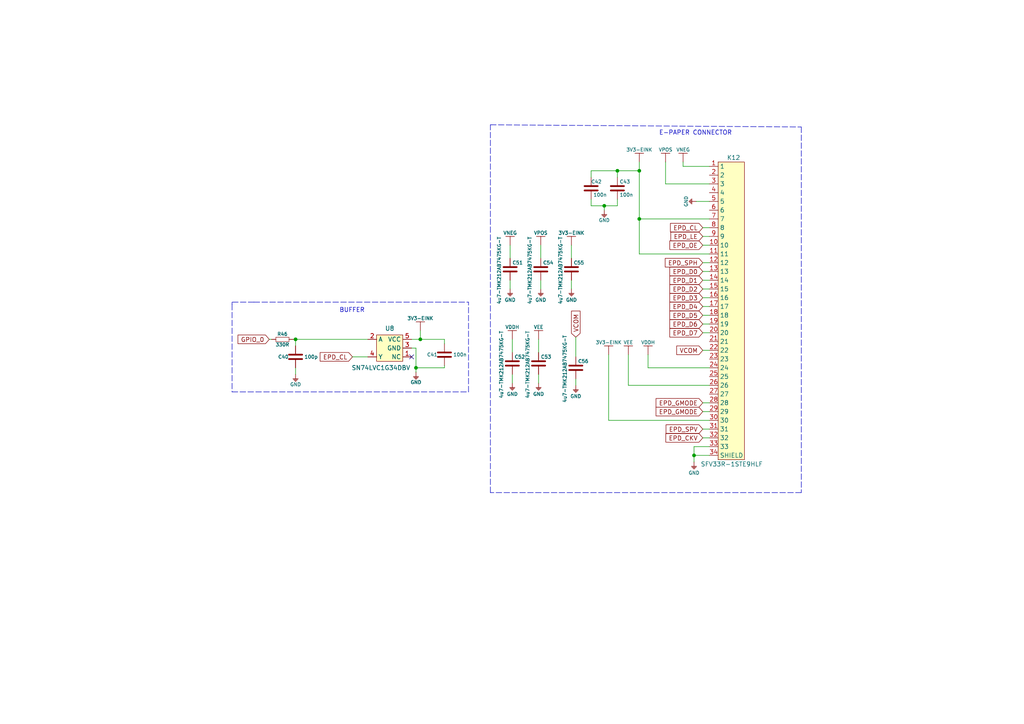
<source format=kicad_sch>
(kicad_sch (version 20211123) (generator eeschema)

  (uuid 4a8e3850-5c74-4972-8b49-f041c2a66e86)

  (paper "A4")

  (title_block
    (title "Inkplate 10")
    (rev "V1.2.0.")
    (company "SOLDERED")
  )

  (lib_symbols
    (symbol "e-radionica.com schematics:0603C" (pin_numbers hide) (pin_names (offset 0.002)) (in_bom yes) (on_board yes)
      (property "Reference" "C" (id 0) (at 0 3.81 0)
        (effects (font (size 1 1)))
      )
      (property "Value" "0603C" (id 1) (at 0 -3.175 0)
        (effects (font (size 1 1)))
      )
      (property "Footprint" "e-radionica.com footprinti:0603C" (id 2) (at 0.635 -4.445 0)
        (effects (font (size 1 1)) hide)
      )
      (property "Datasheet" "" (id 3) (at 0 0 0)
        (effects (font (size 1 1)) hide)
      )
      (symbol "0603C_0_1"
        (polyline
          (pts
            (xy -0.635 1.905)
            (xy -0.635 -1.905)
          )
          (stroke (width 0.5) (type default) (color 0 0 0 0))
          (fill (type none))
        )
        (polyline
          (pts
            (xy 0.635 1.905)
            (xy 0.635 -1.905)
          )
          (stroke (width 0.5) (type default) (color 0 0 0 0))
          (fill (type none))
        )
      )
      (symbol "0603C_1_1"
        (pin passive line (at -3.175 0 0) (length 2.54)
          (name "~" (effects (font (size 1.27 1.27))))
          (number "1" (effects (font (size 1.27 1.27))))
        )
        (pin passive line (at 3.175 0 180) (length 2.54)
          (name "~" (effects (font (size 1.27 1.27))))
          (number "2" (effects (font (size 1.27 1.27))))
        )
      )
    )
    (symbol "e-radionica.com schematics:0603R" (pin_numbers hide) (pin_names (offset 0.254)) (in_bom yes) (on_board yes)
      (property "Reference" "R" (id 0) (at 0 1.27 0)
        (effects (font (size 1 1)))
      )
      (property "Value" "0603R" (id 1) (at 0 -1.905 0)
        (effects (font (size 1 1)))
      )
      (property "Footprint" "e-radionica.com footprinti:0603R" (id 2) (at 0 -3.81 0)
        (effects (font (size 1 1)) hide)
      )
      (property "Datasheet" "" (id 3) (at -0.635 1.905 0)
        (effects (font (size 1 1)) hide)
      )
      (symbol "0603R_0_1"
        (rectangle (start -1.905 -0.635) (end 1.905 -0.6604)
          (stroke (width 0.1) (type default) (color 0 0 0 0))
          (fill (type none))
        )
        (rectangle (start -1.905 0.635) (end -1.8796 -0.635)
          (stroke (width 0.1) (type default) (color 0 0 0 0))
          (fill (type none))
        )
        (rectangle (start -1.905 0.635) (end 1.905 0.6096)
          (stroke (width 0.1) (type default) (color 0 0 0 0))
          (fill (type none))
        )
        (rectangle (start 1.905 0.635) (end 1.9304 -0.635)
          (stroke (width 0.1) (type default) (color 0 0 0 0))
          (fill (type none))
        )
      )
      (symbol "0603R_1_1"
        (pin passive line (at -3.175 0 0) (length 1.27)
          (name "~" (effects (font (size 1.27 1.27))))
          (number "1" (effects (font (size 1.27 1.27))))
        )
        (pin passive line (at 3.175 0 180) (length 1.27)
          (name "~" (effects (font (size 1.27 1.27))))
          (number "2" (effects (font (size 1.27 1.27))))
        )
      )
    )
    (symbol "e-radionica.com schematics:0805C" (pin_numbers hide) (in_bom yes) (on_board yes)
      (property "Reference" "C" (id 0) (at 0 3.81 0)
        (effects (font (size 1 1)))
      )
      (property "Value" "0805C" (id 1) (at 0 -3.175 0)
        (effects (font (size 1 1)))
      )
      (property "Footprint" "e-radionica.com footprinti:0805C" (id 2) (at 0 -5.08 0)
        (effects (font (size 1 1)) hide)
      )
      (property "Datasheet" "" (id 3) (at 0 0 0)
        (effects (font (size 1 1)) hide)
      )
      (symbol "0805C_0_1"
        (polyline
          (pts
            (xy -0.635 1.905)
            (xy -0.635 -1.905)
          )
          (stroke (width 0.5) (type default) (color 0 0 0 0))
          (fill (type none))
        )
        (polyline
          (pts
            (xy 0.635 1.905)
            (xy 0.635 -1.905)
          )
          (stroke (width 0.5) (type default) (color 0 0 0 0))
          (fill (type none))
        )
      )
      (symbol "0805C_1_1"
        (pin passive line (at -3.175 0 0) (length 2.54)
          (name "~" (effects (font (size 1.27 1.27))))
          (number "1" (effects (font (size 1.27 1.27))))
        )
        (pin passive line (at 3.175 0 180) (length 2.54)
          (name "~" (effects (font (size 1.27 1.27))))
          (number "2" (effects (font (size 1.27 1.27))))
        )
      )
    )
    (symbol "e-radionica.com schematics:3V3-EINK" (power) (pin_names (offset 0)) (in_bom yes) (on_board yes)
      (property "Reference" "#PWR" (id 0) (at 4.445 0 0)
        (effects (font (size 1 1)) hide)
      )
      (property "Value" "3V3-EINK" (id 1) (at 0 3.556 0)
        (effects (font (size 1 1)))
      )
      (property "Footprint" "" (id 2) (at 4.445 3.81 0)
        (effects (font (size 1 1)) hide)
      )
      (property "Datasheet" "" (id 3) (at 4.445 3.81 0)
        (effects (font (size 1 1)) hide)
      )
      (property "ki_keywords" "power-flag" (id 4) (at 0 0 0)
        (effects (font (size 1.27 1.27)) hide)
      )
      (property "ki_description" "Power symbol creates a global label with name \"3V3-EINK\"" (id 5) (at 0 0 0)
        (effects (font (size 1.27 1.27)) hide)
      )
      (symbol "3V3-EINK_0_1"
        (polyline
          (pts
            (xy -1.27 2.54)
            (xy 1.27 2.54)
          )
          (stroke (width 0.16) (type default) (color 0 0 0 0))
          (fill (type none))
        )
        (polyline
          (pts
            (xy 0 0)
            (xy 0 2.54)
          )
          (stroke (width 0) (type default) (color 0 0 0 0))
          (fill (type none))
        )
      )
      (symbol "3V3-EINK_1_1"
        (pin power_in line (at 0 0 90) (length 0) hide
          (name "3V3-EINK" (effects (font (size 1.27 1.27))))
          (number "1" (effects (font (size 1.27 1.27))))
        )
      )
    )
    (symbol "e-radionica.com schematics:GND" (power) (pin_names (offset 0)) (in_bom yes) (on_board yes)
      (property "Reference" "#PWR" (id 0) (at 4.445 0 0)
        (effects (font (size 1 1)) hide)
      )
      (property "Value" "GND" (id 1) (at 0 -2.921 0)
        (effects (font (size 1 1)))
      )
      (property "Footprint" "" (id 2) (at 4.445 3.81 0)
        (effects (font (size 1 1)) hide)
      )
      (property "Datasheet" "" (id 3) (at 4.445 3.81 0)
        (effects (font (size 1 1)) hide)
      )
      (property "ki_keywords" "power-flag" (id 4) (at 0 0 0)
        (effects (font (size 1.27 1.27)) hide)
      )
      (property "ki_description" "Power symbol creates a global label with name \"GND\"" (id 5) (at 0 0 0)
        (effects (font (size 1.27 1.27)) hide)
      )
      (symbol "GND_0_1"
        (polyline
          (pts
            (xy -0.762 -1.27)
            (xy 0.762 -1.27)
          )
          (stroke (width 0.16) (type default) (color 0 0 0 0))
          (fill (type none))
        )
        (polyline
          (pts
            (xy -0.635 -1.524)
            (xy 0.635 -1.524)
          )
          (stroke (width 0.16) (type default) (color 0 0 0 0))
          (fill (type none))
        )
        (polyline
          (pts
            (xy -0.381 -1.778)
            (xy 0.381 -1.778)
          )
          (stroke (width 0.16) (type default) (color 0 0 0 0))
          (fill (type none))
        )
        (polyline
          (pts
            (xy -0.127 -2.032)
            (xy 0.127 -2.032)
          )
          (stroke (width 0.16) (type default) (color 0 0 0 0))
          (fill (type none))
        )
        (polyline
          (pts
            (xy 0 0)
            (xy 0 -1.27)
          )
          (stroke (width 0.16) (type default) (color 0 0 0 0))
          (fill (type none))
        )
      )
      (symbol "GND_1_1"
        (pin power_in line (at 0 0 270) (length 0) hide
          (name "GND" (effects (font (size 1.27 1.27))))
          (number "1" (effects (font (size 1.27 1.27))))
        )
      )
    )
    (symbol "e-radionica.com schematics:SFV33R-1STE9HLF" (in_bom yes) (on_board yes)
      (property "Reference" "K" (id 0) (at 0 44.45 0)
        (effects (font (size 1.27 1.27)))
      )
      (property "Value" "SFV33R-1STE9HLF" (id 1) (at 0 -44.45 0)
        (effects (font (size 1.27 1.27)))
      )
      (property "Footprint" "e-radionica.com footprinti:SFV33R-1STE9HLF" (id 2) (at 0 -46.99 0)
        (effects (font (size 1.27 1.27)) hide)
      )
      (property "Datasheet" "" (id 3) (at -2.54 45.72 0)
        (effects (font (size 1.27 1.27)) hide)
      )
      (symbol "SFV33R-1STE9HLF_0_1"
        (rectangle (start -3.81 43.18) (end 3.81 -43.18)
          (stroke (width 0.1524) (type default) (color 0 0 0 0))
          (fill (type background))
        )
      )
      (symbol "SFV33R-1STE9HLF_1_1"
        (pin input line (at -6.35 41.91 0) (length 2.54)
          (name "1" (effects (font (size 1.27 1.27))))
          (number "1" (effects (font (size 1.27 1.27))))
        )
        (pin input line (at -6.35 19.05 0) (length 2.54)
          (name "10" (effects (font (size 1.27 1.27))))
          (number "10" (effects (font (size 1.27 1.27))))
        )
        (pin input line (at -6.35 16.51 0) (length 2.54)
          (name "11" (effects (font (size 1.27 1.27))))
          (number "11" (effects (font (size 1.27 1.27))))
        )
        (pin input line (at -6.35 13.97 0) (length 2.54)
          (name "12" (effects (font (size 1.27 1.27))))
          (number "12" (effects (font (size 1.27 1.27))))
        )
        (pin input line (at -6.35 11.43 0) (length 2.54)
          (name "13" (effects (font (size 1.27 1.27))))
          (number "13" (effects (font (size 1.27 1.27))))
        )
        (pin input line (at -6.35 8.89 0) (length 2.54)
          (name "14" (effects (font (size 1.27 1.27))))
          (number "14" (effects (font (size 1.27 1.27))))
        )
        (pin input line (at -6.35 6.35 0) (length 2.54)
          (name "15" (effects (font (size 1.27 1.27))))
          (number "15" (effects (font (size 1.27 1.27))))
        )
        (pin input line (at -6.35 3.81 0) (length 2.54)
          (name "16" (effects (font (size 1.27 1.27))))
          (number "16" (effects (font (size 1.27 1.27))))
        )
        (pin input line (at -6.35 1.27 0) (length 2.54)
          (name "17" (effects (font (size 1.27 1.27))))
          (number "17" (effects (font (size 1.27 1.27))))
        )
        (pin input line (at -6.35 -1.27 0) (length 2.54)
          (name "18" (effects (font (size 1.27 1.27))))
          (number "18" (effects (font (size 1.27 1.27))))
        )
        (pin input line (at -6.35 -3.81 0) (length 2.54)
          (name "19" (effects (font (size 1.27 1.27))))
          (number "19" (effects (font (size 1.27 1.27))))
        )
        (pin input line (at -6.35 39.37 0) (length 2.54)
          (name "2" (effects (font (size 1.27 1.27))))
          (number "2" (effects (font (size 1.27 1.27))))
        )
        (pin input line (at -6.35 -6.35 0) (length 2.54)
          (name "20" (effects (font (size 1.27 1.27))))
          (number "20" (effects (font (size 1.27 1.27))))
        )
        (pin input line (at -6.35 -8.89 0) (length 2.54)
          (name "21" (effects (font (size 1.27 1.27))))
          (number "21" (effects (font (size 1.27 1.27))))
        )
        (pin input line (at -6.35 -11.43 0) (length 2.54)
          (name "22" (effects (font (size 1.27 1.27))))
          (number "22" (effects (font (size 1.27 1.27))))
        )
        (pin input line (at -6.35 -13.97 0) (length 2.54)
          (name "23" (effects (font (size 1.27 1.27))))
          (number "23" (effects (font (size 1.27 1.27))))
        )
        (pin input line (at -6.35 -16.51 0) (length 2.54)
          (name "24" (effects (font (size 1.27 1.27))))
          (number "24" (effects (font (size 1.27 1.27))))
        )
        (pin input line (at -6.35 -19.05 0) (length 2.54)
          (name "25" (effects (font (size 1.27 1.27))))
          (number "25" (effects (font (size 1.27 1.27))))
        )
        (pin input line (at -6.35 -21.59 0) (length 2.54)
          (name "26" (effects (font (size 1.27 1.27))))
          (number "26" (effects (font (size 1.27 1.27))))
        )
        (pin input line (at -6.35 -24.13 0) (length 2.54)
          (name "27" (effects (font (size 1.27 1.27))))
          (number "27" (effects (font (size 1.27 1.27))))
        )
        (pin input line (at -6.35 -26.67 0) (length 2.54)
          (name "28" (effects (font (size 1.27 1.27))))
          (number "28" (effects (font (size 1.27 1.27))))
        )
        (pin input line (at -6.35 -29.21 0) (length 2.54)
          (name "29" (effects (font (size 1.27 1.27))))
          (number "29" (effects (font (size 1.27 1.27))))
        )
        (pin input line (at -6.35 36.83 0) (length 2.54)
          (name "3" (effects (font (size 1.27 1.27))))
          (number "3" (effects (font (size 1.27 1.27))))
        )
        (pin input line (at -6.35 -31.75 0) (length 2.54)
          (name "30" (effects (font (size 1.27 1.27))))
          (number "30" (effects (font (size 1.27 1.27))))
        )
        (pin input line (at -6.35 -34.29 0) (length 2.54)
          (name "31" (effects (font (size 1.27 1.27))))
          (number "31" (effects (font (size 1.27 1.27))))
        )
        (pin input line (at -6.35 -36.83 0) (length 2.54)
          (name "32" (effects (font (size 1.27 1.27))))
          (number "32" (effects (font (size 1.27 1.27))))
        )
        (pin input line (at -6.35 -39.37 0) (length 2.54)
          (name "33" (effects (font (size 1.27 1.27))))
          (number "33" (effects (font (size 1.27 1.27))))
        )
        (pin input line (at -6.35 -41.91 0) (length 2.54)
          (name "SHIELD" (effects (font (size 1.27 1.27))))
          (number "34" (effects (font (size 1.27 1.27))))
        )
        (pin input line (at -6.35 34.29 0) (length 2.54)
          (name "4" (effects (font (size 1.27 1.27))))
          (number "4" (effects (font (size 1.27 1.27))))
        )
        (pin input line (at -6.35 31.75 0) (length 2.54)
          (name "5" (effects (font (size 1.27 1.27))))
          (number "5" (effects (font (size 1.27 1.27))))
        )
        (pin input line (at -6.35 29.21 0) (length 2.54)
          (name "6" (effects (font (size 1.27 1.27))))
          (number "6" (effects (font (size 1.27 1.27))))
        )
        (pin input line (at -6.35 26.67 0) (length 2.54)
          (name "7" (effects (font (size 1.27 1.27))))
          (number "7" (effects (font (size 1.27 1.27))))
        )
        (pin input line (at -6.35 24.13 0) (length 2.54)
          (name "8" (effects (font (size 1.27 1.27))))
          (number "8" (effects (font (size 1.27 1.27))))
        )
        (pin input line (at -6.35 21.59 0) (length 2.54)
          (name "9" (effects (font (size 1.27 1.27))))
          (number "9" (effects (font (size 1.27 1.27))))
        )
      )
    )
    (symbol "e-radionica.com schematics:SN74LVC1G34DBV" (in_bom yes) (on_board yes)
      (property "Reference" "U" (id 0) (at -2.54 5.08 0)
        (effects (font (size 1.27 1.27)))
      )
      (property "Value" "SN74LVC1G34DBV" (id 1) (at -1.27 7.62 0)
        (effects (font (size 1.27 1.27)))
      )
      (property "Footprint" "e-radionica.com footprinti:SN74LVC1G34DBV" (id 2) (at -1.27 8.89 0)
        (effects (font (size 1.27 1.27)) hide)
      )
      (property "Datasheet" "" (id 3) (at -1.27 8.89 0)
        (effects (font (size 1.27 1.27)) hide)
      )
      (property "ki_keywords" "Buffer" (id 4) (at 0 0 0)
        (effects (font (size 1.27 1.27)) hide)
      )
      (property "ki_description" "Single Buffer Gate" (id 5) (at 0 0 0)
        (effects (font (size 1.27 1.27)) hide)
      )
      (symbol "SN74LVC1G34DBV_0_0"
        (rectangle (start -3.81 3.81) (end 3.81 -3.81)
          (stroke (width 0) (type default) (color 0 0 0 0))
          (fill (type background))
        )
      )
      (symbol "SN74LVC1G34DBV_1_1"
        (pin passive line (at 6.35 -2.54 180) (length 2.54)
          (name "NC" (effects (font (size 1.27 1.27))))
          (number "1" (effects (font (size 1.27 1.27))))
        )
        (pin passive line (at -6.35 2.54 0) (length 2.54)
          (name "A" (effects (font (size 1.27 1.27))))
          (number "2" (effects (font (size 1.27 1.27))))
        )
        (pin passive line (at 6.35 0 180) (length 2.54)
          (name "GND" (effects (font (size 1.27 1.27))))
          (number "3" (effects (font (size 1.27 1.27))))
        )
        (pin passive line (at -6.35 -2.54 0) (length 2.54)
          (name "Y" (effects (font (size 1.27 1.27))))
          (number "4" (effects (font (size 1.27 1.27))))
        )
        (pin passive line (at 6.35 2.54 180) (length 2.54)
          (name "VCC" (effects (font (size 1.27 1.27))))
          (number "5" (effects (font (size 1.27 1.27))))
        )
      )
    )
    (symbol "e-radionica.com schematics:VDDH" (power) (pin_names (offset 0)) (in_bom yes) (on_board yes)
      (property "Reference" "#PWR" (id 0) (at 4.445 0 0)
        (effects (font (size 1 1)) hide)
      )
      (property "Value" "VDDH" (id 1) (at 0 3.556 0)
        (effects (font (size 1 1)))
      )
      (property "Footprint" "" (id 2) (at 4.445 3.81 0)
        (effects (font (size 1 1)) hide)
      )
      (property "Datasheet" "" (id 3) (at 4.445 3.81 0)
        (effects (font (size 1 1)) hide)
      )
      (property "ki_keywords" "power-flag" (id 4) (at 0 0 0)
        (effects (font (size 1.27 1.27)) hide)
      )
      (property "ki_description" "Power symbol creates a global label with name \"VDDH\"" (id 5) (at 0 0 0)
        (effects (font (size 1.27 1.27)) hide)
      )
      (symbol "VDDH_0_1"
        (polyline
          (pts
            (xy -1.27 2.54)
            (xy 1.27 2.54)
          )
          (stroke (width 0.16) (type default) (color 0 0 0 0))
          (fill (type none))
        )
        (polyline
          (pts
            (xy 0 0)
            (xy 0 2.54)
          )
          (stroke (width 0) (type default) (color 0 0 0 0))
          (fill (type none))
        )
      )
      (symbol "VDDH_1_1"
        (pin power_in line (at 0 0 90) (length 0) hide
          (name "VDDH" (effects (font (size 1.27 1.27))))
          (number "1" (effects (font (size 1.27 1.27))))
        )
      )
    )
    (symbol "e-radionica.com schematics:VEE" (power) (pin_names (offset 0)) (in_bom yes) (on_board yes)
      (property "Reference" "#PWR" (id 0) (at 4.445 0 0)
        (effects (font (size 1 1)) hide)
      )
      (property "Value" "VEE" (id 1) (at 0 3.556 0)
        (effects (font (size 1 1)))
      )
      (property "Footprint" "" (id 2) (at 4.445 3.81 0)
        (effects (font (size 1 1)) hide)
      )
      (property "Datasheet" "" (id 3) (at 4.445 3.81 0)
        (effects (font (size 1 1)) hide)
      )
      (property "ki_keywords" "power-flag" (id 4) (at 0 0 0)
        (effects (font (size 1.27 1.27)) hide)
      )
      (property "ki_description" "Power symbol creates a global label with name \"VEE\"" (id 5) (at 0 0 0)
        (effects (font (size 1.27 1.27)) hide)
      )
      (symbol "VEE_0_1"
        (polyline
          (pts
            (xy -1.27 2.54)
            (xy 1.27 2.54)
          )
          (stroke (width 0.16) (type default) (color 0 0 0 0))
          (fill (type none))
        )
        (polyline
          (pts
            (xy 0 0)
            (xy 0 2.54)
          )
          (stroke (width 0) (type default) (color 0 0 0 0))
          (fill (type none))
        )
      )
      (symbol "VEE_1_1"
        (pin power_in line (at 0 0 90) (length 0) hide
          (name "VEE" (effects (font (size 1.27 1.27))))
          (number "1" (effects (font (size 1.27 1.27))))
        )
      )
    )
    (symbol "e-radionica.com schematics:VNEG" (power) (pin_names (offset 0)) (in_bom yes) (on_board yes)
      (property "Reference" "#PWR" (id 0) (at 4.445 0 0)
        (effects (font (size 1 1)) hide)
      )
      (property "Value" "VNEG" (id 1) (at 0 3.556 0)
        (effects (font (size 1 1)))
      )
      (property "Footprint" "" (id 2) (at 4.445 3.81 0)
        (effects (font (size 1 1)) hide)
      )
      (property "Datasheet" "" (id 3) (at 4.445 3.81 0)
        (effects (font (size 1 1)) hide)
      )
      (property "ki_keywords" "power-flag" (id 4) (at 0 0 0)
        (effects (font (size 1.27 1.27)) hide)
      )
      (property "ki_description" "Power symbol creates a global label with name \"VNEG\"" (id 5) (at 0 0 0)
        (effects (font (size 1.27 1.27)) hide)
      )
      (symbol "VNEG_0_1"
        (polyline
          (pts
            (xy -1.27 2.54)
            (xy 1.27 2.54)
          )
          (stroke (width 0.16) (type default) (color 0 0 0 0))
          (fill (type none))
        )
        (polyline
          (pts
            (xy 0 0)
            (xy 0 2.54)
          )
          (stroke (width 0) (type default) (color 0 0 0 0))
          (fill (type none))
        )
      )
      (symbol "VNEG_1_1"
        (pin power_in line (at 0 0 90) (length 0) hide
          (name "VNEG" (effects (font (size 1.27 1.27))))
          (number "1" (effects (font (size 1.27 1.27))))
        )
      )
    )
    (symbol "e-radionica.com schematics:VPOS" (power) (pin_names (offset 0)) (in_bom yes) (on_board yes)
      (property "Reference" "#PWR" (id 0) (at 4.445 0 0)
        (effects (font (size 1 1)) hide)
      )
      (property "Value" "VPOS" (id 1) (at 0 3.556 0)
        (effects (font (size 1 1)))
      )
      (property "Footprint" "" (id 2) (at 4.445 3.81 0)
        (effects (font (size 1 1)) hide)
      )
      (property "Datasheet" "" (id 3) (at 4.445 3.81 0)
        (effects (font (size 1 1)) hide)
      )
      (property "ki_keywords" "power-flag" (id 4) (at 0 0 0)
        (effects (font (size 1.27 1.27)) hide)
      )
      (property "ki_description" "Power symbol creates a global label with name \"VPOS\"" (id 5) (at 0 0 0)
        (effects (font (size 1.27 1.27)) hide)
      )
      (symbol "VPOS_0_1"
        (polyline
          (pts
            (xy -1.27 2.54)
            (xy 1.27 2.54)
          )
          (stroke (width 0.16) (type default) (color 0 0 0 0))
          (fill (type none))
        )
        (polyline
          (pts
            (xy 0 0)
            (xy 0 2.54)
          )
          (stroke (width 0) (type default) (color 0 0 0 0))
          (fill (type none))
        )
      )
      (symbol "VPOS_1_1"
        (pin power_in line (at 0 0 90) (length 0) hide
          (name "VPOS" (effects (font (size 1.27 1.27))))
          (number "1" (effects (font (size 1.27 1.27))))
        )
      )
    )
  )

  (junction (at 121.92 98.425) (diameter 0) (color 0 0 0 0)
    (uuid 1779f733-d031-45aa-b8cb-a97af700677d)
  )
  (junction (at 120.65 106.68) (diameter 0) (color 0 0 0 0)
    (uuid 2a9ef1a5-e88a-425c-8942-c0e8c86431d3)
  )
  (junction (at 185.42 63.5) (diameter 0) (color 0 0 0 0)
    (uuid 34fe58e7-f563-4ea5-8cb3-e09670af234b)
  )
  (junction (at 179.07 49.53) (diameter 0) (color 0 0 0 0)
    (uuid 3bcab025-131d-4ed5-bab0-1b6485a3130a)
  )
  (junction (at 201.295 132.08) (diameter 0) (color 0 0 0 0)
    (uuid 4a84629f-a5ff-41cb-8a09-8d0e4083b395)
  )
  (junction (at 175.26 59.69) (diameter 0) (color 0 0 0 0)
    (uuid 8bbd3294-9183-46fe-94d0-132caf9ccc4b)
  )
  (junction (at 185.42 49.53) (diameter 0) (color 0 0 0 0)
    (uuid 8ec155e6-242d-45f0-ad50-57a47c2e674a)
  )
  (junction (at 85.725 98.425) (diameter 0) (color 0 0 0 0)
    (uuid a4431daf-a4d4-449e-8b3e-510ad4a1201c)
  )

  (no_connect (at 119.38 103.505) (uuid 881d6ca6-7fd3-4dff-9091-21cbf7ff2c2d))

  (polyline (pts (xy 67.31 87.63) (xy 67.31 88.265))
    (stroke (width 0) (type default) (color 0 0 0 0))
    (uuid 0033cfa2-0b18-430f-8696-0048d6b0c355)
  )

  (wire (pts (xy 85.725 98.425) (xy 85.725 100.33))
    (stroke (width 0) (type default) (color 0 0 0 0))
    (uuid 0671fe2c-4d2a-4ddb-849f-9250cbc0774a)
  )
  (wire (pts (xy 121.92 98.425) (xy 119.38 98.425))
    (stroke (width 0) (type default) (color 0 0 0 0))
    (uuid 0a0a2f41-42de-41cd-bbb2-90db05a0037f)
  )
  (wire (pts (xy 201.295 133.985) (xy 201.295 132.08))
    (stroke (width 0) (type default) (color 0 0 0 0))
    (uuid 0d7d4386-cbd4-476d-ac31-3ee84215014d)
  )
  (wire (pts (xy 203.835 68.58) (xy 205.74 68.58))
    (stroke (width 0) (type default) (color 0 0 0 0))
    (uuid 0e6d98a7-b47f-45c7-a54d-83e7f5bcfd9d)
  )
  (wire (pts (xy 179.07 49.53) (xy 185.42 49.53))
    (stroke (width 0) (type default) (color 0 0 0 0))
    (uuid 129f130c-b14c-44c1-a676-0611ddaca453)
  )
  (wire (pts (xy 148.59 98.425) (xy 148.59 102.235))
    (stroke (width 0) (type default) (color 0 0 0 0))
    (uuid 13a539f1-a4b3-4464-a7fa-5258cb96ba6e)
  )
  (wire (pts (xy 203.835 96.52) (xy 205.74 96.52))
    (stroke (width 0) (type default) (color 0 0 0 0))
    (uuid 155aa242-00d8-435c-89aa-264fc8d5efb5)
  )
  (wire (pts (xy 198.12 46.99) (xy 198.12 48.26))
    (stroke (width 0) (type default) (color 0 0 0 0))
    (uuid 1b69d7ae-6799-44eb-837c-8966633e38be)
  )
  (wire (pts (xy 165.735 81.28) (xy 165.735 83.82))
    (stroke (width 0) (type default) (color 0 0 0 0))
    (uuid 1cd3a72b-a15f-4306-8bc2-49dba41e75ed)
  )
  (wire (pts (xy 203.835 101.6) (xy 205.74 101.6))
    (stroke (width 0) (type default) (color 0 0 0 0))
    (uuid 20f3e462-5dbb-4f9c-8342-7f47fca6c583)
  )
  (wire (pts (xy 171.45 59.69) (xy 175.26 59.69))
    (stroke (width 0) (type default) (color 0 0 0 0))
    (uuid 21ea18aa-7241-461d-98e2-3b11fbc95d72)
  )
  (wire (pts (xy 193.04 53.34) (xy 205.74 53.34))
    (stroke (width 0) (type default) (color 0 0 0 0))
    (uuid 21f9c476-c303-4d57-9e2e-d1efeac9a4d8)
  )
  (wire (pts (xy 171.45 49.53) (xy 179.07 49.53))
    (stroke (width 0) (type default) (color 0 0 0 0))
    (uuid 246f5a2e-087c-43d9-9e13-36272937e534)
  )
  (wire (pts (xy 179.07 57.785) (xy 179.07 59.69))
    (stroke (width 0) (type default) (color 0 0 0 0))
    (uuid 248ba5aa-5a5e-40a2-9f89-f275d2b1e4f0)
  )
  (polyline (pts (xy 142.24 36.195) (xy 232.41 36.83))
    (stroke (width 0) (type default) (color 0 0 0 0))
    (uuid 26acd61d-4ef0-4519-81f3-c6aa27a74fc7)
  )

  (wire (pts (xy 203.835 86.36) (xy 205.74 86.36))
    (stroke (width 0) (type default) (color 0 0 0 0))
    (uuid 2a8aa2d7-36ad-4c47-aea2-1e762d12d1ea)
  )
  (polyline (pts (xy 142.24 142.875) (xy 142.24 36.195))
    (stroke (width 0) (type default) (color 0 0 0 0))
    (uuid 2fee84f1-f5a5-4916-863a-2e3b2b5462a3)
  )

  (wire (pts (xy 175.26 59.69) (xy 179.07 59.69))
    (stroke (width 0) (type default) (color 0 0 0 0))
    (uuid 3059a97d-5a87-4f62-aa16-1b6fe022b136)
  )
  (wire (pts (xy 156.845 81.28) (xy 156.845 83.82))
    (stroke (width 0) (type default) (color 0 0 0 0))
    (uuid 309e005f-2916-4fed-a061-ee97d3541440)
  )
  (polyline (pts (xy 135.89 113.665) (xy 135.89 87.63))
    (stroke (width 0) (type default) (color 0 0 0 0))
    (uuid 30ffa7da-f6e8-4ba9-8430-780c069655bf)
  )

  (wire (pts (xy 198.12 48.26) (xy 205.74 48.26))
    (stroke (width 0) (type default) (color 0 0 0 0))
    (uuid 376643f5-eb19-4ce3-b884-418e95276419)
  )
  (wire (pts (xy 167.005 109.855) (xy 167.005 111.76))
    (stroke (width 0) (type default) (color 0 0 0 0))
    (uuid 39906802-915e-41a7-ba6c-5121c7fe9a6e)
  )
  (wire (pts (xy 201.295 129.54) (xy 201.295 132.08))
    (stroke (width 0) (type default) (color 0 0 0 0))
    (uuid 404fdef7-9671-4345-b215-0b5a63215746)
  )
  (wire (pts (xy 148.59 108.585) (xy 148.59 111.125))
    (stroke (width 0) (type default) (color 0 0 0 0))
    (uuid 409653ee-2218-414d-9f85-c1938c38f5d1)
  )
  (wire (pts (xy 171.45 57.785) (xy 171.45 59.69))
    (stroke (width 0) (type default) (color 0 0 0 0))
    (uuid 4177848c-19e5-469e-9465-dba48c62bca5)
  )
  (wire (pts (xy 203.835 127) (xy 205.74 127))
    (stroke (width 0) (type default) (color 0 0 0 0))
    (uuid 4c30bbd7-2876-4a94-a7a7-bdece98eb9d7)
  )
  (wire (pts (xy 182.245 111.76) (xy 182.245 102.87))
    (stroke (width 0) (type default) (color 0 0 0 0))
    (uuid 4c396c12-6787-4bc6-9fe8-925c4935dcd1)
  )
  (wire (pts (xy 205.74 106.68) (xy 187.96 106.68))
    (stroke (width 0) (type default) (color 0 0 0 0))
    (uuid 52d05972-3d6e-4b1e-8177-c28d746e3508)
  )
  (wire (pts (xy 171.45 51.435) (xy 171.45 49.53))
    (stroke (width 0) (type default) (color 0 0 0 0))
    (uuid 5d388c57-d39a-4362-bf44-f21065ca0922)
  )
  (wire (pts (xy 85.725 98.425) (xy 106.68 98.425))
    (stroke (width 0) (type default) (color 0 0 0 0))
    (uuid 638eb48f-5065-40b4-a00d-e003fc02c432)
  )
  (wire (pts (xy 185.42 63.5) (xy 205.74 63.5))
    (stroke (width 0) (type default) (color 0 0 0 0))
    (uuid 67a44875-36e7-4a56-8738-f621393d6643)
  )
  (wire (pts (xy 128.905 99.695) (xy 128.905 98.425))
    (stroke (width 0) (type default) (color 0 0 0 0))
    (uuid 6810fb50-aa4f-474e-8cfe-5f05ae146778)
  )
  (wire (pts (xy 156.21 98.425) (xy 156.21 102.235))
    (stroke (width 0) (type default) (color 0 0 0 0))
    (uuid 7086248d-ffe3-449a-836a-fba551b2b1cc)
  )
  (wire (pts (xy 102.235 103.505) (xy 106.68 103.505))
    (stroke (width 0) (type default) (color 0 0 0 0))
    (uuid 728c638a-b2ec-411a-b1d0-71f57a2d533d)
  )
  (wire (pts (xy 203.835 124.46) (xy 205.74 124.46))
    (stroke (width 0) (type default) (color 0 0 0 0))
    (uuid 7cccdb8b-7a68-4edc-9370-eafdd6a42a04)
  )
  (wire (pts (xy 203.835 66.04) (xy 205.74 66.04))
    (stroke (width 0) (type default) (color 0 0 0 0))
    (uuid 7d788d3f-31de-4b10-a4d9-da237cdadacc)
  )
  (wire (pts (xy 203.835 116.84) (xy 205.74 116.84))
    (stroke (width 0) (type default) (color 0 0 0 0))
    (uuid 84275bdd-4215-43e3-af07-570c166d219b)
  )
  (wire (pts (xy 203.835 78.74) (xy 205.74 78.74))
    (stroke (width 0) (type default) (color 0 0 0 0))
    (uuid 84df4b49-e7d0-4bda-ac70-8a9fcf9f8b56)
  )
  (wire (pts (xy 156.845 71.12) (xy 156.845 74.93))
    (stroke (width 0) (type default) (color 0 0 0 0))
    (uuid 85c9f1ff-ab7c-409c-8d0b-bd6c91e1994b)
  )
  (wire (pts (xy 205.74 129.54) (xy 201.295 129.54))
    (stroke (width 0) (type default) (color 0 0 0 0))
    (uuid 8b6e120c-7b15-497e-8066-016c146dc31b)
  )
  (wire (pts (xy 121.92 95.885) (xy 121.92 98.425))
    (stroke (width 0) (type default) (color 0 0 0 0))
    (uuid 8eb8fd42-eaa7-4752-a64b-886d143630bb)
  )
  (wire (pts (xy 120.65 106.68) (xy 120.65 107.95))
    (stroke (width 0) (type default) (color 0 0 0 0))
    (uuid 8fa10f86-030d-482a-bdc3-d2084ebe28de)
  )
  (polyline (pts (xy 232.41 142.875) (xy 142.24 142.875))
    (stroke (width 0) (type default) (color 0 0 0 0))
    (uuid 900651bb-92cd-42e2-a2f2-0f5e64cc4b82)
  )

  (wire (pts (xy 187.96 106.68) (xy 187.96 102.87))
    (stroke (width 0) (type default) (color 0 0 0 0))
    (uuid 907d2a2c-cdfc-434f-97de-f4cba75d0f8f)
  )
  (wire (pts (xy 203.835 93.98) (xy 205.74 93.98))
    (stroke (width 0) (type default) (color 0 0 0 0))
    (uuid 97ab10fd-527b-4bd4-b2d8-66f630f55776)
  )
  (wire (pts (xy 205.74 111.76) (xy 182.245 111.76))
    (stroke (width 0) (type default) (color 0 0 0 0))
    (uuid 98440648-19a7-41c7-aa30-09bbd4a1840b)
  )
  (wire (pts (xy 193.04 46.99) (xy 193.04 53.34))
    (stroke (width 0) (type default) (color 0 0 0 0))
    (uuid a0890e69-250b-458b-86a9-9f49406e1e87)
  )
  (wire (pts (xy 203.835 119.38) (xy 205.74 119.38))
    (stroke (width 0) (type default) (color 0 0 0 0))
    (uuid a75a15ea-ed93-43f9-89a6-f09b4d22014c)
  )
  (polyline (pts (xy 73.66 87.63) (xy 67.31 87.63))
    (stroke (width 0) (type default) (color 0 0 0 0))
    (uuid a968bf5b-84eb-4244-91ce-df458aaf3cf5)
  )

  (wire (pts (xy 147.955 81.28) (xy 147.955 83.82))
    (stroke (width 0) (type default) (color 0 0 0 0))
    (uuid a9942184-80aa-4073-b6ca-5b6ddec96bfe)
  )
  (wire (pts (xy 205.74 73.66) (xy 185.42 73.66))
    (stroke (width 0) (type default) (color 0 0 0 0))
    (uuid ac57a050-9598-4608-94c9-eb346c3bd8db)
  )
  (wire (pts (xy 175.26 60.96) (xy 175.26 59.69))
    (stroke (width 0) (type default) (color 0 0 0 0))
    (uuid ae188d75-c7ad-4059-a637-72e5d26bf3be)
  )
  (wire (pts (xy 203.835 76.2) (xy 205.74 76.2))
    (stroke (width 0) (type default) (color 0 0 0 0))
    (uuid b3630739-cfc8-4f1e-9ebf-cb9efa5ad4a9)
  )
  (wire (pts (xy 201.93 58.42) (xy 205.74 58.42))
    (stroke (width 0) (type default) (color 0 0 0 0))
    (uuid b56b2299-c8b0-4981-9a8e-2f374546f9f7)
  )
  (wire (pts (xy 185.42 73.66) (xy 185.42 63.5))
    (stroke (width 0) (type default) (color 0 0 0 0))
    (uuid b649e47b-3d9c-4993-a844-c9b0041ff991)
  )
  (wire (pts (xy 185.42 49.53) (xy 185.42 63.5))
    (stroke (width 0) (type default) (color 0 0 0 0))
    (uuid be020241-e9a6-462d-a97b-ae6a82826e47)
  )
  (wire (pts (xy 120.65 106.68) (xy 128.905 106.68))
    (stroke (width 0) (type default) (color 0 0 0 0))
    (uuid c00f3573-1de5-458b-995d-fb5a2ac5a9f6)
  )
  (polyline (pts (xy 73.66 87.63) (xy 135.89 87.63))
    (stroke (width 0) (type default) (color 0 0 0 0))
    (uuid c4e1e6fe-0954-42e6-b077-c12acad51419)
  )

  (wire (pts (xy 185.42 46.99) (xy 185.42 49.53))
    (stroke (width 0) (type default) (color 0 0 0 0))
    (uuid c6a52d97-ebeb-4ea9-bfac-583b6aa157ab)
  )
  (wire (pts (xy 119.38 100.965) (xy 120.65 100.965))
    (stroke (width 0) (type default) (color 0 0 0 0))
    (uuid c6dafa1b-3213-4a6f-951d-8ebccaf0f352)
  )
  (wire (pts (xy 203.835 88.9) (xy 205.74 88.9))
    (stroke (width 0) (type default) (color 0 0 0 0))
    (uuid c86d98ff-9dcf-4065-94c7-67ec2e4c56ac)
  )
  (polyline (pts (xy 67.31 113.665) (xy 135.89 113.665))
    (stroke (width 0) (type default) (color 0 0 0 0))
    (uuid cb0068f4-347f-4ce3-9509-55721475ff21)
  )

  (wire (pts (xy 85.725 106.68) (xy 85.725 108.585))
    (stroke (width 0) (type default) (color 0 0 0 0))
    (uuid cc6b05de-01d7-4cfd-ad4f-015f3fb30966)
  )
  (wire (pts (xy 176.53 102.87) (xy 176.53 121.92))
    (stroke (width 0) (type default) (color 0 0 0 0))
    (uuid cc8a73ad-ed79-4708-9a5f-5991c699daf6)
  )
  (wire (pts (xy 179.07 51.435) (xy 179.07 49.53))
    (stroke (width 0) (type default) (color 0 0 0 0))
    (uuid cf3f6007-6b3f-4533-af0f-fcacaef58370)
  )
  (wire (pts (xy 78.105 98.425) (xy 78.74 98.425))
    (stroke (width 0) (type default) (color 0 0 0 0))
    (uuid d0574a12-dae3-4139-b90b-ad60c3958e2c)
  )
  (wire (pts (xy 128.905 106.045) (xy 128.905 106.68))
    (stroke (width 0) (type default) (color 0 0 0 0))
    (uuid d35f274d-25ef-4d67-9bee-b00b42fb988a)
  )
  (wire (pts (xy 176.53 121.92) (xy 205.74 121.92))
    (stroke (width 0) (type default) (color 0 0 0 0))
    (uuid d71feded-ec7a-4390-8d8f-6709b9ec7321)
  )
  (polyline (pts (xy 67.31 88.265) (xy 67.31 113.665))
    (stroke (width 0) (type default) (color 0 0 0 0))
    (uuid d88e3bdd-76f4-4bfd-bb85-0badc4bd3fad)
  )

  (wire (pts (xy 156.21 108.585) (xy 156.21 111.125))
    (stroke (width 0) (type default) (color 0 0 0 0))
    (uuid d92d4e95-d978-4c38-b013-67e42ea82a47)
  )
  (wire (pts (xy 203.835 71.12) (xy 205.74 71.12))
    (stroke (width 0) (type default) (color 0 0 0 0))
    (uuid dbddf614-5f19-4da6-ae39-86f5812a77ad)
  )
  (wire (pts (xy 203.835 91.44) (xy 205.74 91.44))
    (stroke (width 0) (type default) (color 0 0 0 0))
    (uuid dccacd04-8b66-44ef-b704-954fa6f3ba1a)
  )
  (wire (pts (xy 165.735 71.12) (xy 165.735 74.93))
    (stroke (width 0) (type default) (color 0 0 0 0))
    (uuid dd31592e-57ec-4dcd-8683-8e7ab3e6de9d)
  )
  (wire (pts (xy 120.65 100.965) (xy 120.65 106.68))
    (stroke (width 0) (type default) (color 0 0 0 0))
    (uuid e0088e20-499f-4e4d-a791-50cefea713d1)
  )
  (wire (pts (xy 147.955 71.12) (xy 147.955 74.93))
    (stroke (width 0) (type default) (color 0 0 0 0))
    (uuid e3f60993-3d9b-4ccb-9a52-a8a438d004bf)
  )
  (wire (pts (xy 201.295 132.08) (xy 205.74 132.08))
    (stroke (width 0) (type default) (color 0 0 0 0))
    (uuid e633c5fb-1a75-4937-b604-b6ec2a6dd9af)
  )
  (wire (pts (xy 203.835 83.82) (xy 205.74 83.82))
    (stroke (width 0) (type default) (color 0 0 0 0))
    (uuid e679018b-4116-427c-b68b-6305ffd47f43)
  )
  (wire (pts (xy 203.835 81.28) (xy 205.74 81.28))
    (stroke (width 0) (type default) (color 0 0 0 0))
    (uuid f065a6fe-7e35-46c4-b687-260ceb1c91c4)
  )
  (wire (pts (xy 167.005 97.79) (xy 167.005 103.505))
    (stroke (width 0) (type default) (color 0 0 0 0))
    (uuid f26fa01a-d389-46bc-9e48-443f182af071)
  )
  (polyline (pts (xy 232.41 36.83) (xy 232.41 142.875))
    (stroke (width 0) (type default) (color 0 0 0 0))
    (uuid f3179c1c-7f32-44ed-89c1-7cd4438a53fd)
  )

  (wire (pts (xy 121.92 98.425) (xy 128.905 98.425))
    (stroke (width 0) (type default) (color 0 0 0 0))
    (uuid f4e23ec3-812a-496b-a1d1-cfef6983f70c)
  )
  (wire (pts (xy 85.09 98.425) (xy 85.725 98.425))
    (stroke (width 0) (type default) (color 0 0 0 0))
    (uuid ff565693-7c08-43ea-891b-c2377ce514ee)
  )

  (text "E-PAPER CONNECTOR\n" (at 191.135 39.37 0)
    (effects (font (size 1.27 1.27)) (justify left bottom))
    (uuid 18d1aec2-9add-4c28-b4f1-a8559e79fcb5)
  )
  (text "BUFFER" (at 98.425 90.805 0)
    (effects (font (size 1.27 1.27)) (justify left bottom))
    (uuid 1f7cb775-a792-4878-ae5a-4404b64edd50)
  )

  (global_label "EPD_SPH" (shape input) (at 203.835 76.2 180) (fields_autoplaced)
    (effects (font (size 1.27 1.27)) (justify right))
    (uuid 006b3bad-9311-499b-85fc-81ec7f0086e1)
    (property "Intersheet References" "${INTERSHEET_REFS}" (id 0) (at 192.9552 76.1206 0)
      (effects (font (size 1.27 1.27)) (justify right) hide)
    )
  )
  (global_label "EPD_D7" (shape input) (at 203.835 96.52 180) (fields_autoplaced)
    (effects (font (size 1.27 1.27)) (justify right))
    (uuid 0649b806-ae22-4fc3-82bf-4c5fd2039956)
    (property "Intersheet References" "${INTERSHEET_REFS}" (id 0) (at 194.2857 96.4406 0)
      (effects (font (size 1.27 1.27)) (justify right) hide)
    )
  )
  (global_label "EPD_SPV" (shape input) (at 203.835 124.46 180) (fields_autoplaced)
    (effects (font (size 1.27 1.27)) (justify right))
    (uuid 1605b751-2564-4590-8f4e-eabc36b8fa77)
    (property "Intersheet References" "${INTERSHEET_REFS}" (id 0) (at 193.1971 124.5394 0)
      (effects (font (size 1.27 1.27)) (justify right) hide)
    )
  )
  (global_label "EPD_D4" (shape input) (at 203.835 88.9 180) (fields_autoplaced)
    (effects (font (size 1.27 1.27)) (justify right))
    (uuid 2082a362-7d97-4647-b248-af92f784870b)
    (property "Intersheet References" "${INTERSHEET_REFS}" (id 0) (at 194.2857 88.8206 0)
      (effects (font (size 1.27 1.27)) (justify right) hide)
    )
  )
  (global_label "EPD_CKV" (shape input) (at 203.835 127 180) (fields_autoplaced)
    (effects (font (size 1.27 1.27)) (justify right))
    (uuid 25da1ee6-ce79-47bf-a3b2-93062c6b5358)
    (property "Intersheet References" "${INTERSHEET_REFS}" (id 0) (at 193.1367 126.9206 0)
      (effects (font (size 1.27 1.27)) (justify right) hide)
    )
  )
  (global_label "EPD_CL" (shape input) (at 203.835 66.04 180) (fields_autoplaced)
    (effects (font (size 1.27 1.27)) (justify right))
    (uuid 32b86445-adde-4a81-bf9d-39e88f21bb24)
    (property "Intersheet References" "${INTERSHEET_REFS}" (id 0) (at 194.4671 66.1194 0)
      (effects (font (size 1.27 1.27)) (justify right) hide)
    )
  )
  (global_label "EPD_D3" (shape input) (at 203.835 86.36 180) (fields_autoplaced)
    (effects (font (size 1.27 1.27)) (justify right))
    (uuid 424f104b-a4a5-4cc4-8b35-ddaecd91663d)
    (property "Intersheet References" "${INTERSHEET_REFS}" (id 0) (at 194.2857 86.2806 0)
      (effects (font (size 1.27 1.27)) (justify right) hide)
    )
  )
  (global_label "EPD_D5" (shape input) (at 203.835 91.44 180) (fields_autoplaced)
    (effects (font (size 1.27 1.27)) (justify right))
    (uuid 47a56442-3f52-4bfb-887a-6caa8606a3d2)
    (property "Intersheet References" "${INTERSHEET_REFS}" (id 0) (at 194.2857 91.3606 0)
      (effects (font (size 1.27 1.27)) (justify right) hide)
    )
  )
  (global_label "EPD_D6" (shape input) (at 203.835 93.98 180) (fields_autoplaced)
    (effects (font (size 1.27 1.27)) (justify right))
    (uuid 4cf1850c-3558-4e8f-b958-22af96ea4cdc)
    (property "Intersheet References" "${INTERSHEET_REFS}" (id 0) (at 194.2857 93.9006 0)
      (effects (font (size 1.27 1.27)) (justify right) hide)
    )
  )
  (global_label "GPIO_0" (shape input) (at 78.105 98.425 180) (fields_autoplaced)
    (effects (font (size 1.27 1.27)) (justify right))
    (uuid 4fb69242-a9c7-4ed7-a3d2-ab195806928b)
    (property "Intersheet References" "${INTERSHEET_REFS}" (id 0) (at 69.0395 98.5044 0)
      (effects (font (size 1.27 1.27)) (justify right) hide)
    )
  )
  (global_label "EPD_D1" (shape input) (at 203.835 81.28 180) (fields_autoplaced)
    (effects (font (size 1.27 1.27)) (justify right))
    (uuid 75e67702-ecf8-4ce8-b79d-9b102b65fba4)
    (property "Intersheet References" "${INTERSHEET_REFS}" (id 0) (at 194.2857 81.2006 0)
      (effects (font (size 1.27 1.27)) (justify right) hide)
    )
  )
  (global_label "EPD_D2" (shape input) (at 203.835 83.82 180) (fields_autoplaced)
    (effects (font (size 1.27 1.27)) (justify right))
    (uuid 7a16d448-aa7f-40be-9a91-c33cc8f21e80)
    (property "Intersheet References" "${INTERSHEET_REFS}" (id 0) (at 194.2857 83.7406 0)
      (effects (font (size 1.27 1.27)) (justify right) hide)
    )
  )
  (global_label "EPD_OE" (shape input) (at 203.835 71.12 180) (fields_autoplaced)
    (effects (font (size 1.27 1.27)) (justify right))
    (uuid 8f543386-1960-451f-8fb5-9011cae6118b)
    (property "Intersheet References" "${INTERSHEET_REFS}" (id 0) (at 194.2857 71.1994 0)
      (effects (font (size 1.27 1.27)) (justify right) hide)
    )
  )
  (global_label "EPD_GMODE" (shape input) (at 203.835 119.38 180) (fields_autoplaced)
    (effects (font (size 1.27 1.27)) (justify right))
    (uuid 9085103b-cba4-4ccd-80ab-a7efe0f3e3bb)
    (property "Intersheet References" "${INTERSHEET_REFS}" (id 0) (at 190.2943 119.4594 0)
      (effects (font (size 1.27 1.27)) (justify right) hide)
    )
  )
  (global_label "EPD_GMODE" (shape input) (at 203.835 116.84 180) (fields_autoplaced)
    (effects (font (size 1.27 1.27)) (justify right))
    (uuid 928b671a-d622-448e-96c7-37061cf153a3)
    (property "Intersheet References" "${INTERSHEET_REFS}" (id 0) (at 190.2943 116.9194 0)
      (effects (font (size 1.27 1.27)) (justify right) hide)
    )
  )
  (global_label "VCOM" (shape input) (at 167.005 97.79 90) (fields_autoplaced)
    (effects (font (size 1.27 1.27)) (justify left))
    (uuid 9b300cf2-fff6-4f4f-ab88-20e3ed53203d)
    (property "Intersheet References" "${INTERSHEET_REFS}" (id 0) (at 167.0844 90.2364 90)
      (effects (font (size 1.27 1.27)) (justify left) hide)
    )
  )
  (global_label "EPD_LE" (shape input) (at 203.835 68.58 180) (fields_autoplaced)
    (effects (font (size 1.27 1.27)) (justify right))
    (uuid af137d1f-56fe-486a-9511-7a4638586c9f)
    (property "Intersheet References" "${INTERSHEET_REFS}" (id 0) (at 194.5881 68.5006 0)
      (effects (font (size 1.27 1.27)) (justify right) hide)
    )
  )
  (global_label "VCOM" (shape input) (at 203.835 101.6 180) (fields_autoplaced)
    (effects (font (size 1.27 1.27)) (justify right))
    (uuid b561b20c-d246-4680-bd30-84498494b5fe)
    (property "Intersheet References" "${INTERSHEET_REFS}" (id 0) (at 196.2814 101.5206 0)
      (effects (font (size 1.27 1.27)) (justify right) hide)
    )
  )
  (global_label "EPD_D0" (shape input) (at 203.835 78.74 180) (fields_autoplaced)
    (effects (font (size 1.27 1.27)) (justify right))
    (uuid cc3b42d0-f166-42ab-9840-84dde72fa853)
    (property "Intersheet References" "${INTERSHEET_REFS}" (id 0) (at 194.2857 78.6606 0)
      (effects (font (size 1.27 1.27)) (justify right) hide)
    )
  )
  (global_label "EPD_CL" (shape input) (at 102.235 103.505 180) (fields_autoplaced)
    (effects (font (size 1.27 1.27)) (justify right))
    (uuid fa82f6f1-931a-41a1-a068-f90588cd7f23)
    (property "Intersheet References" "${INTERSHEET_REFS}" (id 0) (at 92.8671 103.5844 0)
      (effects (font (size 1.27 1.27)) (justify right) hide)
    )
  )

  (symbol (lib_id "e-radionica.com schematics:GND") (at 201.295 133.985 0) (unit 1)
    (in_bom yes) (on_board yes)
    (uuid 0a4b5b07-6a07-413e-ab48-2bdae1bb8afc)
    (property "Reference" "#PWR0225" (id 0) (at 205.74 133.985 0)
      (effects (font (size 1 1)) hide)
    )
    (property "Value" "GND" (id 1) (at 201.295 137.16 0)
      (effects (font (size 1 1)))
    )
    (property "Footprint" "" (id 2) (at 205.74 130.175 0)
      (effects (font (size 1 1)) hide)
    )
    (property "Datasheet" "" (id 3) (at 205.74 130.175 0)
      (effects (font (size 1 1)) hide)
    )
    (pin "1" (uuid 82863154-7257-4e70-9ccc-ed71e4f64af4))
  )

  (symbol (lib_id "e-radionica.com schematics:VNEG") (at 147.955 71.12 0) (unit 1)
    (in_bom yes) (on_board yes)
    (uuid 0b92dc94-66fe-4606-ba1b-7d1b2292e2ef)
    (property "Reference" "#PWR0248" (id 0) (at 152.4 71.12 0)
      (effects (font (size 1 1)) hide)
    )
    (property "Value" "VNEG" (id 1) (at 147.955 67.564 0)
      (effects (font (size 1 1)))
    )
    (property "Footprint" "" (id 2) (at 152.4 67.31 0)
      (effects (font (size 1 1)) hide)
    )
    (property "Datasheet" "" (id 3) (at 152.4 67.31 0)
      (effects (font (size 1 1)) hide)
    )
    (pin "1" (uuid 0b8bd991-0e36-4188-8c88-411e5df0035a))
  )

  (symbol (lib_id "e-radionica.com schematics:GND") (at 175.26 60.96 0) (unit 1)
    (in_bom yes) (on_board yes)
    (uuid 0e3611fa-57ce-4148-8b8d-dcbe1e3c585c)
    (property "Reference" "#PWR0220" (id 0) (at 179.705 60.96 0)
      (effects (font (size 1 1)) hide)
    )
    (property "Value" "GND" (id 1) (at 175.26 63.881 0)
      (effects (font (size 1 1)))
    )
    (property "Footprint" "" (id 2) (at 179.705 57.15 0)
      (effects (font (size 1 1)) hide)
    )
    (property "Datasheet" "" (id 3) (at 179.705 57.15 0)
      (effects (font (size 1 1)) hide)
    )
    (pin "1" (uuid db6e26fa-cee2-45b8-9463-fcce239d61d5))
  )

  (symbol (lib_id "e-radionica.com schematics:VPOS") (at 193.04 46.99 0) (unit 1)
    (in_bom yes) (on_board yes) (fields_autoplaced)
    (uuid 2b9560aa-ca85-40bd-96c0-e06c0c8c5ac1)
    (property "Reference" "#PWR0222" (id 0) (at 197.485 46.99 0)
      (effects (font (size 1 1)) hide)
    )
    (property "Value" "VPOS" (id 1) (at 193.04 43.434 0)
      (effects (font (size 1 1)))
    )
    (property "Footprint" "" (id 2) (at 197.485 43.18 0)
      (effects (font (size 1 1)) hide)
    )
    (property "Datasheet" "" (id 3) (at 197.485 43.18 0)
      (effects (font (size 1 1)) hide)
    )
    (pin "1" (uuid f8423220-560b-4ad3-afe2-90fe06bc7191))
  )

  (symbol (lib_id "e-radionica.com schematics:GND") (at 165.735 83.82 0) (unit 1)
    (in_bom yes) (on_board yes)
    (uuid 31943843-ff6b-4e8d-ba9e-5a08a32613d6)
    (property "Reference" "#PWR0251" (id 0) (at 170.18 83.82 0)
      (effects (font (size 1 1)) hide)
    )
    (property "Value" "GND" (id 1) (at 165.735 86.995 0)
      (effects (font (size 1 1)))
    )
    (property "Footprint" "" (id 2) (at 170.18 80.01 0)
      (effects (font (size 1 1)) hide)
    )
    (property "Datasheet" "" (id 3) (at 170.18 80.01 0)
      (effects (font (size 1 1)) hide)
    )
    (pin "1" (uuid 85d5be9c-8b88-4195-b374-bd7ddf4b511a))
  )

  (symbol (lib_id "e-radionica.com schematics:SN74LVC1G34DBV") (at 113.03 100.965 0) (unit 1)
    (in_bom yes) (on_board yes)
    (uuid 3bdff68a-827c-40ad-9960-278a6173b946)
    (property "Reference" "U8" (id 0) (at 113.03 95.25 0))
    (property "Value" "SN74LVC1G34DBV" (id 1) (at 110.49 106.68 0))
    (property "Footprint" "e-radionica.com footprinti:SN74LVC1G34DBV" (id 2) (at 111.76 92.075 0)
      (effects (font (size 1.27 1.27)) hide)
    )
    (property "Datasheet" "" (id 3) (at 111.76 92.075 0)
      (effects (font (size 1.27 1.27)) hide)
    )
    (pin "1" (uuid 4f7ed9e1-04a3-4aab-977f-25d4e12de7b0))
    (pin "2" (uuid 819f370a-1ff0-4641-a8fe-f70b1c198089))
    (pin "3" (uuid b083ccce-71bc-4219-9ac6-3329725bd878))
    (pin "4" (uuid 3324eeb5-498d-4c42-b9ec-4574c87a491f))
    (pin "5" (uuid c8590039-519f-40c0-a38d-97544a6abf21))
  )

  (symbol (lib_id "e-radionica.com schematics:VPOS") (at 156.845 71.12 0) (unit 1)
    (in_bom yes) (on_board yes) (fields_autoplaced)
    (uuid 3fd30dcb-52fe-4dca-8228-2f849c907ae7)
    (property "Reference" "#PWR0256" (id 0) (at 161.29 71.12 0)
      (effects (font (size 1 1)) hide)
    )
    (property "Value" "VPOS" (id 1) (at 156.845 67.564 0)
      (effects (font (size 1 1)))
    )
    (property "Footprint" "" (id 2) (at 161.29 67.31 0)
      (effects (font (size 1 1)) hide)
    )
    (property "Datasheet" "" (id 3) (at 161.29 67.31 0)
      (effects (font (size 1 1)) hide)
    )
    (pin "1" (uuid d00dfa71-a563-45c9-925e-b929fc5409cf))
  )

  (symbol (lib_id "e-radionica.com schematics:0805C") (at 156.845 78.105 90) (unit 1)
    (in_bom yes) (on_board yes)
    (uuid 434617f1-28f1-4c6e-87cc-ebdd16e49675)
    (property "Reference" "C54" (id 0) (at 157.48 76.2 90)
      (effects (font (size 1 1)) (justify right))
    )
    (property "Value" "4u7-TMK212AB7475KG-T" (id 1) (at 153.67 68.58 0)
      (effects (font (size 1 1)) (justify right))
    )
    (property "Footprint" "e-radionica.com footprinti:0805C" (id 2) (at 161.925 78.105 0)
      (effects (font (size 1 1)) hide)
    )
    (property "Datasheet" "" (id 3) (at 156.845 78.105 0)
      (effects (font (size 1 1)) hide)
    )
    (pin "1" (uuid 22d28cdc-2c10-4a53-8051-b8df0e16af51))
    (pin "2" (uuid 8b702685-b352-43a9-a3d6-b9cc1033bec8))
  )

  (symbol (lib_id "e-radionica.com schematics:GND") (at 167.005 111.76 0) (unit 1)
    (in_bom yes) (on_board yes)
    (uuid 5f304c6b-d8ec-4def-86fa-49bcb710bb02)
    (property "Reference" "#PWR0255" (id 0) (at 171.45 111.76 0)
      (effects (font (size 1 1)) hide)
    )
    (property "Value" "GND" (id 1) (at 167.005 114.935 0)
      (effects (font (size 1 1)))
    )
    (property "Footprint" "" (id 2) (at 171.45 107.95 0)
      (effects (font (size 1 1)) hide)
    )
    (property "Datasheet" "" (id 3) (at 171.45 107.95 0)
      (effects (font (size 1 1)) hide)
    )
    (pin "1" (uuid 82a0018a-f7df-4567-adde-048132ca08a8))
  )

  (symbol (lib_id "e-radionica.com schematics:VDDH") (at 148.59 98.425 0) (unit 1)
    (in_bom yes) (on_board yes) (fields_autoplaced)
    (uuid 6658dbe2-6c05-4884-ac52-4e66b57c06f6)
    (property "Reference" "#PWR0253" (id 0) (at 153.035 98.425 0)
      (effects (font (size 1 1)) hide)
    )
    (property "Value" "VDDH" (id 1) (at 148.59 94.869 0)
      (effects (font (size 1 1)))
    )
    (property "Footprint" "" (id 2) (at 153.035 94.615 0)
      (effects (font (size 1 1)) hide)
    )
    (property "Datasheet" "" (id 3) (at 153.035 94.615 0)
      (effects (font (size 1 1)) hide)
    )
    (pin "1" (uuid db0c99c5-1115-4bbc-80bd-2904ab8329d6))
  )

  (symbol (lib_id "e-radionica.com schematics:3V3-EINK") (at 185.42 46.99 0) (unit 1)
    (in_bom yes) (on_board yes) (fields_autoplaced)
    (uuid 71850301-9fe4-419a-9208-6472a83cf8fa)
    (property "Reference" "#PWR0223" (id 0) (at 189.865 46.99 0)
      (effects (font (size 1 1)) hide)
    )
    (property "Value" "3V3-EINK" (id 1) (at 185.42 43.434 0)
      (effects (font (size 1 1)))
    )
    (property "Footprint" "" (id 2) (at 189.865 43.18 0)
      (effects (font (size 1 1)) hide)
    )
    (property "Datasheet" "" (id 3) (at 189.865 43.18 0)
      (effects (font (size 1 1)) hide)
    )
    (pin "1" (uuid 7696b401-fada-4e53-8bc1-2b682457610a))
  )

  (symbol (lib_id "e-radionica.com schematics:SFV33R-1STE9HLF") (at 212.09 90.17 0) (unit 1)
    (in_bom yes) (on_board yes)
    (uuid 7ba4362f-46b1-4515-be79-4378bdf47a81)
    (property "Reference" "K12" (id 0) (at 210.82 45.72 0)
      (effects (font (size 1.27 1.27)) (justify left))
    )
    (property "Value" "SFV33R-1STE9HLF" (id 1) (at 203.2 134.62 0)
      (effects (font (size 1.27 1.27)) (justify left))
    )
    (property "Footprint" "e-radionica.com footprinti:SFV33R-1STE9HLF" (id 2) (at 212.09 137.16 0)
      (effects (font (size 1.27 1.27)) hide)
    )
    (property "Datasheet" "" (id 3) (at 209.55 44.45 0)
      (effects (font (size 1.27 1.27)) hide)
    )
    (pin "1" (uuid 9cf09901-3154-4ecb-990b-937dc0919e7e))
    (pin "10" (uuid 89478bc9-7491-4021-8015-792eceaca98c))
    (pin "11" (uuid edadfb2b-b41e-48f3-b1e7-2c517e7874bb))
    (pin "12" (uuid 92d21713-b952-4b6f-a5b7-f008f3dc7632))
    (pin "13" (uuid 35b81fb3-91de-45ad-b96e-81baf6545724))
    (pin "14" (uuid 5ff6a5ea-2c75-43bc-9f1f-c3470dbf8590))
    (pin "15" (uuid 33dfa375-be57-4fb5-9553-2c5b374cf401))
    (pin "16" (uuid c1ec2e1b-1582-4102-b131-0de181da6712))
    (pin "17" (uuid dd0346d9-1ba2-4339-be09-3b3b0edffec7))
    (pin "18" (uuid 7e63d9cf-a1fb-4b5e-a8f1-2f0290b3481e))
    (pin "19" (uuid d42f7cbb-8bc4-44d1-a057-bf7533e35ea0))
    (pin "2" (uuid 800603ad-50ac-4a13-894c-ea1e9a5b4ca5))
    (pin "20" (uuid 8074cac1-b3ed-4c2a-a628-41c0ad726477))
    (pin "21" (uuid ed4986d6-a6ab-4db0-8eef-b7e757143879))
    (pin "22" (uuid c9c57618-3489-4a4f-98c0-f42cdd5fcadc))
    (pin "23" (uuid 5e591575-014b-4383-914a-ac819d7605bd))
    (pin "24" (uuid 5dab74c8-ebec-410e-b384-040063ac5bdf))
    (pin "25" (uuid 56247913-4002-48d3-b2ec-36ab60c08b64))
    (pin "26" (uuid 04af969d-263b-4b69-9de0-ca093efcb156))
    (pin "27" (uuid 303c1ca1-ac80-4c6c-a6f8-c81db68a273b))
    (pin "28" (uuid 4e7f15f4-5a56-4e18-947b-a1e1dd1c8ce1))
    (pin "29" (uuid 72cc22d4-54c4-4ad2-bd38-3eaa4c66273d))
    (pin "3" (uuid e4056b34-6ec0-44d7-834f-1f76e1d3e888))
    (pin "30" (uuid d20ecd21-e585-44d8-a718-8add529702d0))
    (pin "31" (uuid a0cefbfe-2fdd-4dd8-9d00-b0ba782aae17))
    (pin "32" (uuid d5579fe4-56ad-4f95-8cb1-ed9f6973a26b))
    (pin "33" (uuid fe1f48fa-4063-45fc-9de8-c9f2123972f7))
    (pin "34" (uuid 8eec07ad-3606-4e52-b598-bbdbfe68b67d))
    (pin "4" (uuid 36eaba23-deb9-43c5-be1a-08496424b11e))
    (pin "5" (uuid ecfe1466-c485-4b59-863b-6c6de5341011))
    (pin "6" (uuid 3a089822-cf27-4ea3-8a03-3a647d290026))
    (pin "7" (uuid a1cb1747-ce31-4335-be89-4299abb507b5))
    (pin "8" (uuid 9dcb83d1-1c05-4402-818c-d72240d03e87))
    (pin "9" (uuid 31081145-bd39-4d07-8da8-d6d07636a8a9))
  )

  (symbol (lib_id "e-radionica.com schematics:0603C") (at 128.905 102.87 90) (unit 1)
    (in_bom yes) (on_board yes)
    (uuid 88b6b7bd-ae17-4a8e-b55b-c65b0d1b1639)
    (property "Reference" "C41" (id 0) (at 123.825 102.87 90)
      (effects (font (size 1 1)) (justify right))
    )
    (property "Value" "100n" (id 1) (at 131.445 102.87 90)
      (effects (font (size 1 1)) (justify right))
    )
    (property "Footprint" "e-radionica.com footprinti:0603C" (id 2) (at 133.35 102.235 0)
      (effects (font (size 1 1)) hide)
    )
    (property "Datasheet" "" (id 3) (at 128.905 102.87 0)
      (effects (font (size 1 1)) hide)
    )
    (pin "1" (uuid f34fedb1-8f77-4ade-8553-73ccadad66b2))
    (pin "2" (uuid 0070b868-3913-41ec-894a-c36be865e4c9))
  )

  (symbol (lib_id "e-radionica.com schematics:VEE") (at 182.245 102.87 0) (unit 1)
    (in_bom yes) (on_board yes)
    (uuid 8d4b41e7-ee90-4947-80c3-4380b3f76127)
    (property "Reference" "#PWR0226" (id 0) (at 186.69 102.87 0)
      (effects (font (size 1 1)) hide)
    )
    (property "Value" "VEE" (id 1) (at 182.245 99.314 0)
      (effects (font (size 1 1)))
    )
    (property "Footprint" "" (id 2) (at 186.69 99.06 0)
      (effects (font (size 1 1)) hide)
    )
    (property "Datasheet" "" (id 3) (at 186.69 99.06 0)
      (effects (font (size 1 1)) hide)
    )
    (pin "1" (uuid 8945c525-deef-4578-a1cf-7e62b819bd93))
  )

  (symbol (lib_id "e-radionica.com schematics:0603C") (at 179.07 54.61 90) (unit 1)
    (in_bom yes) (on_board yes)
    (uuid 91bd477e-28c5-4b67-b5ea-42be5903b094)
    (property "Reference" "C43" (id 0) (at 179.705 52.705 90)
      (effects (font (size 1 1)) (justify right))
    )
    (property "Value" "100n" (id 1) (at 179.705 56.515 90)
      (effects (font (size 1 1)) (justify right))
    )
    (property "Footprint" "e-radionica.com footprinti:0603C" (id 2) (at 183.515 53.975 0)
      (effects (font (size 1 1)) hide)
    )
    (property "Datasheet" "" (id 3) (at 179.07 54.61 0)
      (effects (font (size 1 1)) hide)
    )
    (pin "1" (uuid 6061bf4a-3db5-4587-a225-1c033182e011))
    (pin "2" (uuid 45c35e5e-f3ca-4609-81d2-c675bffa910c))
  )

  (symbol (lib_id "e-radionica.com schematics:VEE") (at 156.21 98.425 0) (unit 1)
    (in_bom yes) (on_board yes)
    (uuid 956e8f7c-f290-4c97-80f6-df4d2eb968c2)
    (property "Reference" "#PWR0258" (id 0) (at 160.655 98.425 0)
      (effects (font (size 1 1)) hide)
    )
    (property "Value" "VEE" (id 1) (at 156.21 94.869 0)
      (effects (font (size 1 1)))
    )
    (property "Footprint" "" (id 2) (at 160.655 94.615 0)
      (effects (font (size 1 1)) hide)
    )
    (property "Datasheet" "" (id 3) (at 160.655 94.615 0)
      (effects (font (size 1 1)) hide)
    )
    (pin "1" (uuid 0b5123b9-95e2-44a0-b4b3-fbbd00bf351e))
  )

  (symbol (lib_id "e-radionica.com schematics:3V3-EINK") (at 176.53 102.87 0) (unit 1)
    (in_bom yes) (on_board yes) (fields_autoplaced)
    (uuid 9ca7f72a-1864-4d37-8858-9be9fa1bfa5e)
    (property "Reference" "#PWR0228" (id 0) (at 180.975 102.87 0)
      (effects (font (size 1 1)) hide)
    )
    (property "Value" "3V3-EINK" (id 1) (at 176.53 99.314 0)
      (effects (font (size 1 1)))
    )
    (property "Footprint" "" (id 2) (at 180.975 99.06 0)
      (effects (font (size 1 1)) hide)
    )
    (property "Datasheet" "" (id 3) (at 180.975 99.06 0)
      (effects (font (size 1 1)) hide)
    )
    (pin "1" (uuid 595d6cd0-4d00-4724-9a9c-bd0445c84bef))
  )

  (symbol (lib_id "e-radionica.com schematics:0805C") (at 165.735 78.105 90) (unit 1)
    (in_bom yes) (on_board yes)
    (uuid a1e23391-48e9-453e-a12f-3786ac535c8e)
    (property "Reference" "C55" (id 0) (at 166.37 76.2 90)
      (effects (font (size 1 1)) (justify right))
    )
    (property "Value" "4u7-TMK212AB7475KG-T" (id 1) (at 162.56 68.58 0)
      (effects (font (size 1 1)) (justify right))
    )
    (property "Footprint" "e-radionica.com footprinti:0805C" (id 2) (at 170.815 78.105 0)
      (effects (font (size 1 1)) hide)
    )
    (property "Datasheet" "" (id 3) (at 165.735 78.105 0)
      (effects (font (size 1 1)) hide)
    )
    (pin "1" (uuid 697f3680-a7ad-4db5-841c-ad3900e54f68))
    (pin "2" (uuid 9880c719-2659-47c1-9718-b548c9eb6cff))
  )

  (symbol (lib_id "e-radionica.com schematics:3V3-EINK") (at 165.735 71.12 0) (unit 1)
    (in_bom yes) (on_board yes) (fields_autoplaced)
    (uuid a8b931fe-d0f7-4b5f-91e3-db43a1686356)
    (property "Reference" "#PWR0257" (id 0) (at 170.18 71.12 0)
      (effects (font (size 1 1)) hide)
    )
    (property "Value" "3V3-EINK" (id 1) (at 165.735 67.564 0)
      (effects (font (size 1 1)))
    )
    (property "Footprint" "" (id 2) (at 170.18 67.31 0)
      (effects (font (size 1 1)) hide)
    )
    (property "Datasheet" "" (id 3) (at 170.18 67.31 0)
      (effects (font (size 1 1)) hide)
    )
    (pin "1" (uuid db65741b-02db-435f-ba18-d73e32e56d16))
  )

  (symbol (lib_id "e-radionica.com schematics:GND") (at 85.725 108.585 0) (unit 1)
    (in_bom yes) (on_board yes) (fields_autoplaced)
    (uuid aa3643d7-f1f4-4bd7-a45b-471a7b0188b0)
    (property "Reference" "#PWR0219" (id 0) (at 90.17 108.585 0)
      (effects (font (size 1 1)) hide)
    )
    (property "Value" "GND" (id 1) (at 85.725 111.506 0)
      (effects (font (size 1 1)))
    )
    (property "Footprint" "" (id 2) (at 90.17 104.775 0)
      (effects (font (size 1 1)) hide)
    )
    (property "Datasheet" "" (id 3) (at 90.17 104.775 0)
      (effects (font (size 1 1)) hide)
    )
    (pin "1" (uuid ab37f6cd-acfd-446b-8a81-a42f7dabbb03))
  )

  (symbol (lib_id "e-radionica.com schematics:0805C") (at 147.955 78.105 90) (unit 1)
    (in_bom yes) (on_board yes)
    (uuid b6ac3854-553b-4e0d-a4e5-e182f3d83e56)
    (property "Reference" "C51" (id 0) (at 148.59 76.2 90)
      (effects (font (size 1 1)) (justify right))
    )
    (property "Value" "4u7-TMK212AB7475KG-T" (id 1) (at 144.78 68.58 0)
      (effects (font (size 1 1)) (justify right))
    )
    (property "Footprint" "e-radionica.com footprinti:0805C" (id 2) (at 153.035 78.105 0)
      (effects (font (size 1 1)) hide)
    )
    (property "Datasheet" "" (id 3) (at 147.955 78.105 0)
      (effects (font (size 1 1)) hide)
    )
    (pin "1" (uuid 6e140721-4162-4217-9da4-cfa40a29762f))
    (pin "2" (uuid 8870f5e5-b5fb-4e84-8f7f-f22a524bde42))
  )

  (symbol (lib_id "e-radionica.com schematics:VDDH") (at 187.96 102.87 0) (unit 1)
    (in_bom yes) (on_board yes) (fields_autoplaced)
    (uuid b7d6fdd5-115c-4cf0-a02b-635165c3e203)
    (property "Reference" "#PWR0227" (id 0) (at 192.405 102.87 0)
      (effects (font (size 1 1)) hide)
    )
    (property "Value" "VDDH" (id 1) (at 187.96 99.314 0)
      (effects (font (size 1 1)))
    )
    (property "Footprint" "" (id 2) (at 192.405 99.06 0)
      (effects (font (size 1 1)) hide)
    )
    (property "Datasheet" "" (id 3) (at 192.405 99.06 0)
      (effects (font (size 1 1)) hide)
    )
    (pin "1" (uuid 1ab9d5c6-d138-44f7-aa4e-525c584a952c))
  )

  (symbol (lib_id "e-radionica.com schematics:GND") (at 148.59 111.125 0) (unit 1)
    (in_bom yes) (on_board yes)
    (uuid bf8c06ec-b539-4540-9818-e01869418161)
    (property "Reference" "#PWR0252" (id 0) (at 153.035 111.125 0)
      (effects (font (size 1 1)) hide)
    )
    (property "Value" "GND" (id 1) (at 148.59 114.3 0)
      (effects (font (size 1 1)))
    )
    (property "Footprint" "" (id 2) (at 153.035 107.315 0)
      (effects (font (size 1 1)) hide)
    )
    (property "Datasheet" "" (id 3) (at 153.035 107.315 0)
      (effects (font (size 1 1)) hide)
    )
    (pin "1" (uuid 3cf0a46d-6a75-46d2-bbbb-047afd5d56d3))
  )

  (symbol (lib_id "e-radionica.com schematics:0805C") (at 148.59 105.41 90) (unit 1)
    (in_bom yes) (on_board yes)
    (uuid c78b5d05-0928-44c7-9e5f-a6c1b5d7db00)
    (property "Reference" "C52" (id 0) (at 149.225 103.505 90)
      (effects (font (size 1 1)) (justify right))
    )
    (property "Value" "4u7-TMK212AB7475KG-T" (id 1) (at 145.415 95.885 0)
      (effects (font (size 1 1)) (justify right))
    )
    (property "Footprint" "e-radionica.com footprinti:0805C" (id 2) (at 153.67 105.41 0)
      (effects (font (size 1 1)) hide)
    )
    (property "Datasheet" "" (id 3) (at 148.59 105.41 0)
      (effects (font (size 1 1)) hide)
    )
    (pin "1" (uuid 2ef35386-4d55-40a2-a398-dc3cfa01a7d3))
    (pin "2" (uuid ccb497d2-68be-4187-aeff-5348d02100c0))
  )

  (symbol (lib_id "e-radionica.com schematics:0805C") (at 156.21 105.41 90) (unit 1)
    (in_bom yes) (on_board yes)
    (uuid c90105a4-80a3-43f5-8cc4-84b7d3bf2ae7)
    (property "Reference" "C53" (id 0) (at 156.845 103.505 90)
      (effects (font (size 1 1)) (justify right))
    )
    (property "Value" "4u7-TMK212AB7475KG-T" (id 1) (at 153.035 95.885 0)
      (effects (font (size 1 1)) (justify right))
    )
    (property "Footprint" "e-radionica.com footprinti:0805C" (id 2) (at 161.29 105.41 0)
      (effects (font (size 1 1)) hide)
    )
    (property "Datasheet" "" (id 3) (at 156.21 105.41 0)
      (effects (font (size 1 1)) hide)
    )
    (pin "1" (uuid 39b7bc24-f8a2-47ba-b1a7-d65639428e18))
    (pin "2" (uuid 316044ba-19d9-44f3-aec5-02944069e550))
  )

  (symbol (lib_id "e-radionica.com schematics:GND") (at 120.65 107.95 0) (unit 1)
    (in_bom yes) (on_board yes) (fields_autoplaced)
    (uuid ce9ce6e5-bb13-4171-a90d-5409e208ee7b)
    (property "Reference" "#PWR0217" (id 0) (at 125.095 107.95 0)
      (effects (font (size 1 1)) hide)
    )
    (property "Value" "GND" (id 1) (at 120.65 110.871 0)
      (effects (font (size 1 1)))
    )
    (property "Footprint" "" (id 2) (at 125.095 104.14 0)
      (effects (font (size 1 1)) hide)
    )
    (property "Datasheet" "" (id 3) (at 125.095 104.14 0)
      (effects (font (size 1 1)) hide)
    )
    (pin "1" (uuid b77821e3-07aa-431e-bd2b-b2c248dc9485))
  )

  (symbol (lib_id "e-radionica.com schematics:0603C") (at 85.725 103.505 90) (unit 1)
    (in_bom yes) (on_board yes)
    (uuid d079179d-27c4-419b-8641-01ed36986be1)
    (property "Reference" "C40" (id 0) (at 80.645 103.505 90)
      (effects (font (size 1 1)) (justify right))
    )
    (property "Value" "100p" (id 1) (at 88.265 103.505 90)
      (effects (font (size 1 1)) (justify right))
    )
    (property "Footprint" "e-radionica.com footprinti:0603C" (id 2) (at 90.17 102.87 0)
      (effects (font (size 1 1)) hide)
    )
    (property "Datasheet" "" (id 3) (at 85.725 103.505 0)
      (effects (font (size 1 1)) hide)
    )
    (pin "1" (uuid 97eb519b-d04c-495e-98b1-b58b5c57e7d2))
    (pin "2" (uuid 2f794bae-0a35-49b7-a356-87cfe5820689))
  )

  (symbol (lib_id "e-radionica.com schematics:0603R") (at 81.915 98.425 0) (unit 1)
    (in_bom yes) (on_board yes)
    (uuid e17d4051-0843-4755-a313-2db0e9074192)
    (property "Reference" "R46" (id 0) (at 81.915 96.901 0)
      (effects (font (size 1 1)))
    )
    (property "Value" "330R" (id 1) (at 81.915 99.949 0)
      (effects (font (size 1 1)))
    )
    (property "Footprint" "e-radionica.com footprinti:0603R" (id 2) (at 81.915 102.235 0)
      (effects (font (size 1 1)) hide)
    )
    (property "Datasheet" "" (id 3) (at 81.28 96.52 0)
      (effects (font (size 1 1)) hide)
    )
    (pin "1" (uuid 949ca9f9-1c3d-49c7-8add-53ba02a60bf6))
    (pin "2" (uuid 9bbc1495-8b14-4560-8c65-2d2a795e9b53))
  )

  (symbol (lib_id "e-radionica.com schematics:GND") (at 201.93 58.42 270) (unit 1)
    (in_bom yes) (on_board yes)
    (uuid e475ff9c-cb39-4f49-abea-1fc9434f4cde)
    (property "Reference" "#PWR0224" (id 0) (at 201.93 62.865 0)
      (effects (font (size 1 1)) hide)
    )
    (property "Value" "GND" (id 1) (at 199.009 58.42 0)
      (effects (font (size 1 1)))
    )
    (property "Footprint" "" (id 2) (at 205.74 62.865 0)
      (effects (font (size 1 1)) hide)
    )
    (property "Datasheet" "" (id 3) (at 205.74 62.865 0)
      (effects (font (size 1 1)) hide)
    )
    (pin "1" (uuid fa2e4b34-5a1b-4cad-9003-4c52c54dafd6))
  )

  (symbol (lib_id "e-radionica.com schematics:0603C") (at 171.45 54.61 90) (unit 1)
    (in_bom yes) (on_board yes)
    (uuid e748290c-8aee-42d8-86cb-77e002e0bd22)
    (property "Reference" "C42" (id 0) (at 171.45 52.705 90)
      (effects (font (size 1 1)) (justify right))
    )
    (property "Value" "100n" (id 1) (at 172.085 56.515 90)
      (effects (font (size 1 1)) (justify right))
    )
    (property "Footprint" "e-radionica.com footprinti:0603C" (id 2) (at 175.895 53.975 0)
      (effects (font (size 1 1)) hide)
    )
    (property "Datasheet" "" (id 3) (at 171.45 54.61 0)
      (effects (font (size 1 1)) hide)
    )
    (pin "1" (uuid ef1e1896-25a3-4396-9472-46dbdc5ddb24))
    (pin "2" (uuid 2427131e-7855-4e73-b097-4ee4be7ea35a))
  )

  (symbol (lib_id "e-radionica.com schematics:VNEG") (at 198.12 46.99 0) (unit 1)
    (in_bom yes) (on_board yes)
    (uuid eab989ba-d4bd-46f3-adae-681ff954673b)
    (property "Reference" "#PWR0221" (id 0) (at 202.565 46.99 0)
      (effects (font (size 1 1)) hide)
    )
    (property "Value" "VNEG" (id 1) (at 198.12 43.434 0)
      (effects (font (size 1 1)))
    )
    (property "Footprint" "" (id 2) (at 202.565 43.18 0)
      (effects (font (size 1 1)) hide)
    )
    (property "Datasheet" "" (id 3) (at 202.565 43.18 0)
      (effects (font (size 1 1)) hide)
    )
    (pin "1" (uuid 22f3c760-2951-419d-91ea-14765d6dd957))
  )

  (symbol (lib_id "e-radionica.com schematics:GND") (at 147.955 83.82 0) (unit 1)
    (in_bom yes) (on_board yes)
    (uuid f200c2ae-bf8a-4794-953a-a29c837b5b90)
    (property "Reference" "#PWR0249" (id 0) (at 152.4 83.82 0)
      (effects (font (size 1 1)) hide)
    )
    (property "Value" "GND" (id 1) (at 147.955 86.995 0)
      (effects (font (size 1 1)))
    )
    (property "Footprint" "" (id 2) (at 152.4 80.01 0)
      (effects (font (size 1 1)) hide)
    )
    (property "Datasheet" "" (id 3) (at 152.4 80.01 0)
      (effects (font (size 1 1)) hide)
    )
    (pin "1" (uuid c7e75fcf-7706-432f-984c-cda3c8e20f7d))
  )

  (symbol (lib_id "e-radionica.com schematics:0805C") (at 167.005 106.68 90) (unit 1)
    (in_bom yes) (on_board yes)
    (uuid f241f513-9257-4786-9d85-37a602a1ee30)
    (property "Reference" "C56" (id 0) (at 167.64 104.775 90)
      (effects (font (size 1 1)) (justify right))
    )
    (property "Value" "4u7-TMK212AB7475KG-T" (id 1) (at 163.83 97.155 0)
      (effects (font (size 1 1)) (justify right))
    )
    (property "Footprint" "e-radionica.com footprinti:0805C" (id 2) (at 172.085 106.68 0)
      (effects (font (size 1 1)) hide)
    )
    (property "Datasheet" "" (id 3) (at 167.005 106.68 0)
      (effects (font (size 1 1)) hide)
    )
    (pin "1" (uuid 39e6171a-1cb6-42ae-8352-315145d3d73f))
    (pin "2" (uuid 8a695c02-8d16-4d6a-9b42-8dfe4987f23a))
  )

  (symbol (lib_id "e-radionica.com schematics:3V3-EINK") (at 121.92 95.885 0) (unit 1)
    (in_bom yes) (on_board yes) (fields_autoplaced)
    (uuid fa4ad694-2c13-442b-85ee-ea5478d9c3e0)
    (property "Reference" "#PWR0218" (id 0) (at 126.365 95.885 0)
      (effects (font (size 1 1)) hide)
    )
    (property "Value" "3V3-EINK" (id 1) (at 121.92 92.329 0)
      (effects (font (size 1 1)))
    )
    (property "Footprint" "" (id 2) (at 126.365 92.075 0)
      (effects (font (size 1 1)) hide)
    )
    (property "Datasheet" "" (id 3) (at 126.365 92.075 0)
      (effects (font (size 1 1)) hide)
    )
    (pin "1" (uuid 0122801f-950b-4a6e-ae58-d147cefd2262))
  )

  (symbol (lib_id "e-radionica.com schematics:GND") (at 156.845 83.82 0) (unit 1)
    (in_bom yes) (on_board yes)
    (uuid fb7f31c5-18f0-4868-845e-931602f099be)
    (property "Reference" "#PWR0250" (id 0) (at 161.29 83.82 0)
      (effects (font (size 1 1)) hide)
    )
    (property "Value" "GND" (id 1) (at 156.845 86.995 0)
      (effects (font (size 1 1)))
    )
    (property "Footprint" "" (id 2) (at 161.29 80.01 0)
      (effects (font (size 1 1)) hide)
    )
    (property "Datasheet" "" (id 3) (at 161.29 80.01 0)
      (effects (font (size 1 1)) hide)
    )
    (pin "1" (uuid 6f6b2820-a91c-48ec-90c7-d84b2e182ca2))
  )

  (symbol (lib_id "e-radionica.com schematics:GND") (at 156.21 111.125 0) (unit 1)
    (in_bom yes) (on_board yes)
    (uuid fe3c54e4-3be8-4994-9116-80b59479b380)
    (property "Reference" "#PWR0254" (id 0) (at 160.655 111.125 0)
      (effects (font (size 1 1)) hide)
    )
    (property "Value" "GND" (id 1) (at 156.21 114.3 0)
      (effects (font (size 1 1)))
    )
    (property "Footprint" "" (id 2) (at 160.655 107.315 0)
      (effects (font (size 1 1)) hide)
    )
    (property "Datasheet" "" (id 3) (at 160.655 107.315 0)
      (effects (font (size 1 1)) hide)
    )
    (pin "1" (uuid 62244797-a146-47b2-926d-9eed1f266579))
  )
)

</source>
